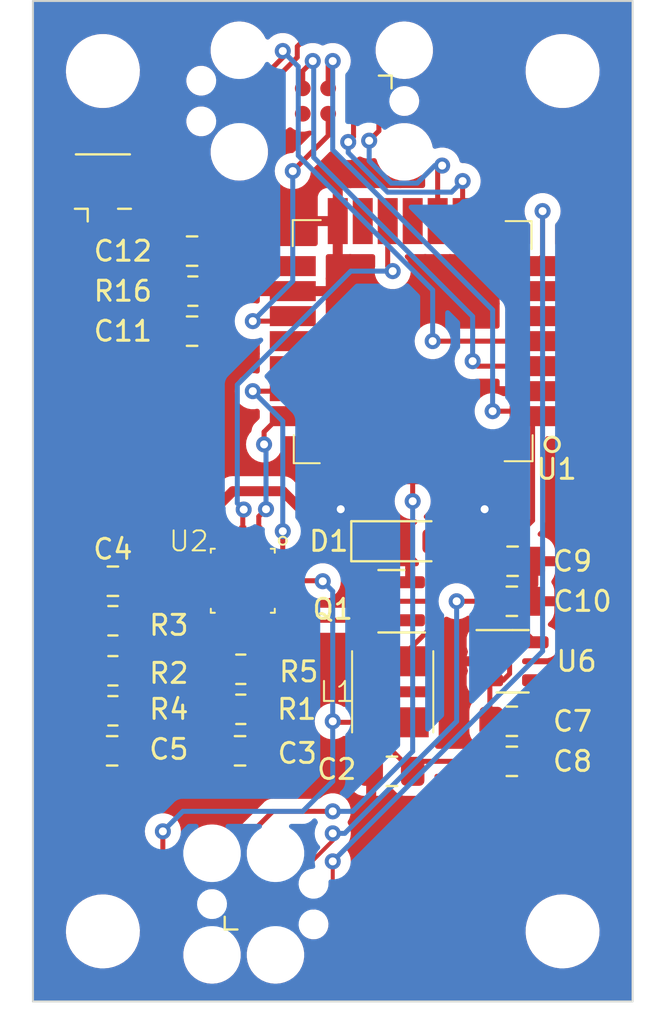
<source format=kicad_pcb>
(kicad_pcb (version 20221018) (generator pcbnew)
  (layers (0 "F.Cu" signal) (31 "B.Cu" signal) (34 "B.Paste" user) (35 "F.Paste" user) (36 "B.SilkS" user "B.Silkscreen") (37 "F.SilkS" user "F.Silkscreen") (38 "B.Mask" user) (39 "F.Mask" user) (44 "Edge.Cuts" user))
  (net 0 "")
  (net 1 "/3v3")
  (net 2 "/V_BAT")
  (net 3 "Net-(C3-Pad1)")
  (net 4 "Net-(D1-K)")
  (net 5 "/SiPM_Bias")
  (net 6 "Net-(J2-In)")
  (net 7 "/ANT")
  (net 8 "Net-(D1-A)")
  (net 9 "/Status_LED")
  (net 11 "/Stim_Enable")
  (net 12 "/Anneal_Enable")
  (net 13 "/SiPM_Temp")
  (net 14 "/SiPM_Signal")
  (net 15 "/GND")
  (net 17 "/SWDIO")
  (net 18 "/SWCLK")
  (net 20 "/USB_RX")
  (net 21 "/USB_TX")
  (net 22 "/RST")
  (net 23 "Net-(Q1-G)")
  (net 24 "/Battery_Monitor_Enable")
  (net 26 "Net-(U2-COMP)")
  (net 27 "Net-(U2-DACOUT)")
  (net 28 "Net-(U2-FB)")
  (net 31 "/SCL")
  (net 32 "/SDA")
  (net 33 "/Battery_Monitor")
  (net 34 "/MOSI")
  (net 35 "/ACCEL_INT")
  (net 36 "/SCK")
  (net 37 "/Memory_CS")
  (net 38 "/MISO")
  (net 39 "/Bias_CS")
  (net 42 "/Boot_Mode")
  (footprint "MountingHole:MountingHole_3.2mm_M3_DIN965" (layer "F.Cu") (at 50.6 107.95)
    (fp_text reference "H3" hide)
    (fp_text value "MountingHole")
    (pad "" np_thru_hole circle (at 0 0) (size 3.2 3.2) (drill 3.2) (layers "*.Cu" "*.Mask"))
  )
  (footprint "Diode_SMD:D_SOD-123" (layer "F.Cu") (at 42.3875 88.45)
    (fp_text reference "D1" (at -3.4875 0) (layer "F.SilkS"))
    (fp_text value "CDBW46-G")
    (fp_line (start -2.36 -1) (end -2.36 1) (stroke (width 0.12)) (layer "F.SilkS"))
    (fp_line (start -2.36 -1) (end 1.65 -1) (stroke (width 0.12)) (layer "F.SilkS"))
    (fp_line (start -2.36 1) (end 1.65 1) (stroke (width 0.12)) (layer "F.SilkS"))
    (pad "1" smd roundrect (at -1.65 0) (size 0.9 1.2) (layers "F.Cu" "F.Paste" "F.Mask") (net 4 "Net-(D1-K)"))
    (pad "2" smd roundrect (at 1.65 0) (size 0.9 1.2) (layers "F.Cu" "F.Paste" "F.Mask") (net 8 "Net-(D1-A)"))
  )
  (footprint "MountingHole:MountingHole_3.2mm_M3_DIN965" (layer "F.Cu") (at 50.6 64.95)
    (fp_text reference "H2" hide)
    (fp_text value "MountingHole")
    (pad "" np_thru_hole circle (at 0 0) (size 3.2 3.2) (drill 3.2) (layers "*.Cu" "*.Mask"))
  )
  (footprint "Library:MAX1932_handsolder" (layer "F.Cu") (at 34.6 90.425 -90)
    (fp_text reference "U2" (at -1.975 2.7 unlocked) (layer "F.SilkS") (effects (font (thickness 0.1))))
    (fp_text value "MAX1932")
    (fp_line (start -1.6 -1.6) (end -1.4 -1.6) (stroke (width 0.1)) (layer "F.SilkS"))
    (fp_line (start -1.6 -1.4) (end -1.6 -1.6) (stroke (width 0.1)) (layer "F.SilkS"))
    (fp_line (start -1.6 1.6) (end -1.6 1.4) (stroke (width 0.1)) (layer "F.SilkS"))
    (fp_line (start -1.4 1.6) (end -1.6 1.6) (stroke (width 0.1)) (layer "F.SilkS"))
    (fp_line (start 1.4 -1.6) (end 1.6 -1.6) (stroke (width 0.1)) (layer "F.SilkS"))
    (fp_line (start 1.6 -1.6) (end 1.6 -1.4) (stroke (width 0.1)) (layer "F.SilkS"))
    (fp_line (start 1.6 1.4) (end 1.6 1.6) (stroke (width 0.1)) (layer "F.SilkS"))
    (fp_line (start 1.6 1.6) (end 1.4 1.6) (stroke (width 0.1)) (layer "F.SilkS"))
    (fp_circle (center -2 -2) (end -2 -1.8) (stroke (width 0.1)) (fill none) (layer "F.SilkS"))
    (pad "1" smd rect (at -2 -0.8 270) (size 1.5 0.35) (layers "F.Cu" "F.Paste" "F.Mask") (net 36 "/SCK"))
    (pad "2" smd rect (at -2 0 270) (size 1.5 0.35) (layers "F.Cu" "F.Paste" "F.Mask") (net 34 "/MOSI"))
    (pad "3" smd rect (at -2 0.8 270) (size 1.5 0.35) (layers "F.Cu" "F.Paste" "F.Mask"))
    (pad "4" smd rect (at -0.8 2 180) (size 1.5 0.35) (layers "F.Cu" "F.Paste" "F.Mask") (net 4 "Net-(D1-K)"))
    (pad "5" smd rect (at 0 2 180) (size 1.5 0.35) (layers "F.Cu" "F.Paste" "F.Mask") (net 5 "/SiPM_Bias"))
    (pad "6" smd rect (at 0.8 2 180) (size 1.5 0.35) (layers "F.Cu" "F.Paste" "F.Mask") (net 27 "Net-(U2-DACOUT)"))
    (pad "7" smd rect (at 2 0.8 90) (size 1.5 0.35) (layers "F.Cu" "F.Paste" "F.Mask") (net 28 "Net-(U2-FB)"))
    (pad "8" smd rect (at 2 0 90) (size 1.5 0.35) (layers "F.Cu" "F.Paste" "F.Mask") (net 26 "Net-(U2-COMP)"))
    (pad "9" smd rect (at 2 -0.8 90) (size 1.5 0.35) (layers "F.Cu" "F.Paste" "F.Mask") (net 15 "/GND"))
    (pad "10" smd rect (at 0.8 -2) (size 1.5 0.35) (layers "F.Cu" "F.Paste" "F.Mask") (net 23 "Net-(Q1-G)"))
    (pad "11" smd rect (at 0 -2) (size 1.5 0.35) (layers "F.Cu" "F.Paste" "F.Mask") (net 2 "/V_BAT"))
    (pad "12" smd rect (at -0.8 -2) (size 1.5 0.35) (layers "F.Cu" "F.Paste" "F.Mask") (net 39 "/Bias_CS"))
    (pad "13" smd rect (at 0 0 270) (size 1.5 1.5) (property pad_prop_heatsink) (layers "F.Cu" "F.Paste" "F.Mask") (net 15 "/GND"))
  )
  (footprint "Capacitor_SMD:C_0805_2012Metric_Pad1.18x1.45mm_HandSolder" (layer "F.Cu") (at 34.4625 98.925 180)
    (fp_text reference "C3" (at -2.8625 -0.125) (layer "F.SilkS"))
    (fp_text value "1u")
    (fp_line (start -0.261252 -0.735) (end 0.261252 -0.735) (stroke (width 0.12)) (layer "F.SilkS"))
    (fp_line (start -0.261252 0.735) (end 0.261252 0.735) (stroke (width 0.12)) (layer "F.SilkS"))
    (pad "1" smd roundrect (at -1.0375 0 180) (size 1.175 1.45) (layers "F.Cu" "F.Paste" "F.Mask") (roundrect_rratio 0.212766) (net 3 "Net-(C3-Pad1)"))
    (pad "2" smd roundrect (at 1.0375 0 180) (size 1.175 1.45) (layers "F.Cu" "F.Paste" "F.Mask") (roundrect_rratio 0.212766) (net 15 "/GND"))
  )
  (footprint "MountingHole:MountingHole_3.2mm_M3_DIN965" (layer "F.Cu") (at 27.6 64.95)
    (fp_text reference "H1" hide)
    (fp_text value "MountingHole")
    (pad "" np_thru_hole circle (at 0 0) (size 3.2 3.2) (drill 3.2) (layers "*.Cu" "*.Mask"))
  )
  (footprint "Connector_Coaxial:U.FL_Hirose_U.FL-R-SMT-1_Vertical" (layer "F.Cu") (at 27.6 70.95 90)
    (fp_text reference "J2" hide)
    (fp_text value "Conn_Coaxial")
    (fp_line (start -0.885 -1.4) (end -0.885 -0.76) (stroke (width 0.12)) (layer "F.SilkS"))
    (fp_line (start -0.885 -0.76) (end -1.515 -0.76) (stroke (width 0.12)) (layer "F.SilkS"))
    (fp_line (start -0.885 1.4) (end -0.885 0.76) (stroke (width 0.12)) (layer "F.SilkS"))
    (fp_line (start 1.835 -1.35) (end 1.835 1.35) (stroke (width 0.12)) (layer "F.SilkS"))
    (pad "1" smd rect (at -1.05 0 90) (size 1.05 1) (layers "F.Cu" "F.Paste" "F.Mask") (net 6 "Net-(J2-In)"))
    (pad "2" smd rect (at 0.475 -1.475 90) (size 2.2 1.05) (layers "F.Cu" "F.Paste" "F.Mask") (net 15 "/GND"))
    (pad "2" smd rect (at 0.475 1.475 90) (size 2.2 1.05) (layers "F.Cu" "F.Paste" "F.Mask") (net 15 "/GND"))
  )
  (footprint "Capacitor_SMD:C_0805_2012Metric_Pad1.18x1.45mm_HandSolder" (layer "F.Cu") (at 48.0625 91.45)
    (fp_text reference "C10" (at 3.5375 0) (layer "F.SilkS"))
    (fp_text value "100n")
    (fp_line (start -0.261252 -0.735) (end 0.261252 -0.735) (stroke (width 0.12)) (layer "F.SilkS"))
    (fp_line (start -0.261252 0.735) (end 0.261252 0.735) (stroke (width 0.12)) (layer "F.SilkS"))
    (pad "1" smd roundrect (at -1.0375 0) (size 1.175 1.45) (layers "F.Cu" "F.Paste" "F.Mask") (roundrect_rratio 0.212766) (net 1 "/3v3"))
    (pad "2" smd roundrect (at 1.0375 0) (size 1.175 1.45) (layers "F.Cu" "F.Paste" "F.Mask") (roundrect_rratio 0.212766) (net 15 "/GND"))
  )
  (footprint "MountingHole:MountingHole_3.2mm_M3_DIN965" (layer "F.Cu") (at 27.6 107.95)
    (fp_text reference "H4" hide)
    (fp_text value "MountingHole")
    (pad "" np_thru_hole circle (at 0 0) (size 3.2 3.2) (drill 3.2) (layers "*.Cu" "*.Mask"))
  )
  (footprint "Capacitor_SMD:C_0805_2012Metric_Pad1.18x1.45mm_HandSolder" (layer "F.Cu") (at 48.1 89.45)
    (fp_text reference "C9" (at 3 0) (layer "F.SilkS"))
    (fp_text value "10u")
    (fp_line (start -0.261252 -0.735) (end 0.261252 -0.735) (stroke (width 0.12)) (layer "F.SilkS"))
    (fp_line (start -0.261252 0.735) (end 0.261252 0.735) (stroke (width 0.12)) (layer "F.SilkS"))
    (pad "1" smd roundrect (at -1.0375 0) (size 1.175 1.45) (layers "F.Cu" "F.Paste" "F.Mask") (roundrect_rratio 0.212766) (net 1 "/3v3"))
    (pad "2" smd roundrect (at 1.0375 0) (size 1.175 1.45) (layers "F.Cu" "F.Paste" "F.Mask") (roundrect_rratio 0.212766) (net 15 "/GND"))
  )
  (footprint "Capacitor_SMD:C_0805_2012Metric_Pad1.18x1.45mm_HandSolder" (layer "F.Cu") (at 42.0625 99.95 180)
    (fp_text reference "C2" (at 2.7625 0.1) (layer "F.SilkS"))
    (fp_text value "4.7u")
    (fp_line (start -0.261252 -0.735) (end 0.261252 -0.735) (stroke (width 0.12)) (layer "F.SilkS"))
    (fp_line (start -0.261252 0.735) (end 0.261252 0.735) (stroke (width 0.12)) (layer "F.SilkS"))
    (pad "1" smd roundrect (at -1.0375 0 180) (size 1.175 1.45) (layers "F.Cu" "F.Paste" "F.Mask") (roundrect_rratio 0.212766) (net 2 "/V_BAT"))
    (pad "2" smd roundrect (at 1.0375 0 180) (size 1.175 1.45) (layers "F.Cu" "F.Paste" "F.Mask") (roundrect_rratio 0.212766) (net 15 "/GND"))
  )
  (footprint "Capacitor_SMD:C_0805_2012Metric_Pad1.18x1.45mm_HandSolder" (layer "F.Cu") (at 48.0625 99.45)
    (fp_text reference "C8" (at 3.0375 0) (layer "F.SilkS"))
    (fp_text value "100n")
    (fp_line (start -0.261252 -0.735) (end 0.261252 -0.735) (stroke (width 0.12)) (layer "F.SilkS"))
    (fp_line (start -0.261252 0.735) (end 0.261252 0.735) (stroke (width 0.12)) (layer "F.SilkS"))
    (pad "1" smd roundrect (at -1.0375 0) (size 1.175 1.45) (layers "F.Cu" "F.Paste" "F.Mask") (roundrect_rratio 0.212766) (net 2 "/V_BAT"))
    (pad "2" smd roundrect (at 1.0375 0) (size 1.175 1.45) (layers "F.Cu" "F.Paste" "F.Mask") (roundrect_rratio 0.212766) (net 15 "/GND"))
  )
  (footprint "Resistor_SMD:R_0805_2012Metric_Pad1.20x1.40mm_HandSolder" (layer "F.Cu") (at 34.5 94.85)
    (fp_text reference "R5" (at 2.9 0.125) (layer "F.SilkS"))
    (fp_text value "10k")
    (fp_line (start -0.227064 -0.735) (end 0.227064 -0.735) (stroke (width 0.12)) (layer "F.SilkS"))
    (fp_line (start -0.227064 0.735) (end 0.227064 0.735) (stroke (width 0.12)) (layer "F.SilkS"))
    (pad "1" smd roundrect (at -1 0) (size 1.2 1.4) (layers "F.Cu" "F.Paste" "F.Mask") (roundrect_rratio 0.208333) (net 28 "Net-(U2-FB)"))
    (pad "2" smd roundrect (at 1 0) (size 1.2 1.4) (layers "F.Cu" "F.Paste" "F.Mask") (roundrect_rratio 0.208333) (net 15 "/GND"))
  )
  (footprint "LoRa-E5:LoRa-E5" (layer "F.Cu") (at 43.1 78.45 180)
    (fp_text reference "U1" (at -7.2 -6.4) (layer "F.SilkS"))
    (fp_text value "LoRa-E5")
    (fp_line (start -6 -6) (end -4.6 -6) (stroke (width 0.1)) (layer "F.SilkS"))
    (fp_line (start -6 -4.7) (end -6 -6) (stroke (width 0.1)) (layer "F.SilkS"))
    (fp_line (start -5.95 6) (end -5.95 4.6) (stroke (width 0.1)) (layer "F.SilkS"))
    (fp_line (start -4.65 6) (end -5.95 6) (stroke (width 0.1)) (layer "F.SilkS"))
    (fp_line (start 4.65 -6.1) (end 5.95 -6.1) (stroke (width 0.1)) (layer "F.SilkS"))
    (fp_line (start 5.95 -6.1) (end 5.95 -4.7) (stroke (width 0.1)) (layer "F.SilkS"))
    (fp_line (start 6 4.75) (end 6 6.05) (stroke (width 0.1)) (layer "F.SilkS"))
    (fp_line (start 6 6.05) (end 4.6 6.05) (stroke (width 0.1)) (layer "F.SilkS"))
    (fp_circle (center -6.98 -5.16) (end -6.66 -4.99) (stroke (width 0.15)) (fill none) (layer "F.SilkS"))
    (pad "1" smd rect (at -6 -3.75 270) (size 1 2.3) (layers "F.Cu" "F.Paste" "F.Mask") (net 1 "/3v3"))
    (pad "2" smd rect (at -6 -2.5 270) (size 1 2.3) (layers "F.Cu" "F.Paste" "F.Mask") (net 15 "/GND"))
    (pad "3" smd rect (at -6 -1.25 270) (size 1 2.3) (layers "F.Cu" "F.Paste" "F.Mask") (net 17 "/SWDIO"))
    (pad "4" smd rect (at -6 0 270) (size 1 2.3) (layers "F.Cu" "F.Paste" "F.Mask") (net 18 "/SWCLK"))
    (pad "5" smd rect (at -6 1.25 270) (size 1 2.3) (layers "F.Cu" "F.Paste" "F.Mask") (net 31 "/SCL"))
    (pad "6" smd rect (at -6 2.5 270) (size 1 2.3) (layers "F.Cu" "F.Paste" "F.Mask") (net 32 "/SDA"))
    (pad "7" smd rect (at -6 3.75 270) (size 1 2.3) (layers "F.Cu" "F.Paste" "F.Mask") (net 14 "/SiPM_Signal"))
    (pad "8" smd rect (at -3.75 6) (size 1 2.3) (layers "F.Cu" "F.Paste" "F.Mask") (net 13 "/SiPM_Temp"))
    (pad "9" smd rect (at -2.5 6) (size 1 2.3) (layers "F.Cu" "F.Paste" "F.Mask") (net 20 "/USB_RX"))
    (pad "10" smd rect (at -1.25 6) (size 1 2.3) (layers "F.Cu" "F.Paste" "F.Mask") (net 21 "/USB_TX"))
    (pad "11" smd rect (at 0 6) (size 1 2.3) (layers "F.Cu" "F.Paste" "F.Mask") (net 9 "/Status_LED"))
    (pad "12" smd rect (at 1.25 6) (size 1 2.3) (layers "F.Cu" "F.Paste" "F.Mask") (net 34 "/MOSI"))
    (pad "13" smd rect (at 2.5 6) (size 1 2.3) (layers "F.Cu" "F.Paste" "F.Mask") (net 35 "/ACCEL_INT"))
    (pad "14" smd rect (at 3.75 6) (size 1 2.3) (layers "F.Cu" "F.Paste" "F.Mask") (net 15 "/GND"))
    (pad "15" smd rect (at 6 3.75 90) (size 1 2.3) (layers "F.Cu" "F.Paste" "F.Mask") (net 7 "/ANT"))
    (pad "16" smd rect (at 6 2.5 90) (size 1 2.3) (layers "F.Cu" "F.Paste" "F.Mask") (net 15 "/GND"))
    (pad "17" smd rect (at 6 1.25 90) (size 1 2.3) (layers "F.Cu" "F.Paste" "F.Mask") (net 22 "/RST"))
    (pad "18" smd rect (at 6 0 90) (size 1 2.3) (layers "F.Cu" "F.Paste" "F.Mask") (net 42 "/Boot_Mode"))
    (pad "19" smd rect (at 6 -1.25 90) (size 1 2.3) (layers "F.Cu" "F.Paste" "F.Mask") (net 37 "/Memory_CS"))
    (pad "20" smd rect (at 6 -2.5 90) (size 1 2.3) (layers "F.Cu" "F.Paste" "F.Mask") (net 39 "/Bias_CS"))
    (pad "21" smd rect (at 6 -3.75 90) (size 1 2.3) (layers "F.Cu" "F.Paste" "F.Mask") (net 36 "/SCK"))
    (pad "22" smd rect (at 3.75 -6 180) (size 1 2.3) (layers "F.Cu" "F.Paste" "F.Mask") (net 15 "/GND"))
    (pad "23" smd rect (at 2.5 -6 180) (size 1 2.3) (layers "F.Cu" "F.Paste" "F.Mask") (net 24 "/Battery_Monitor_Enable"))
    (pad "24" smd rect (at 1.25 -6 180) (size 1 2.3) (layers "F.Cu" "F.Paste" "F.Mask") (net 33 "/Battery_Monitor"))
    (pad "25" smd rect (at 0 -6 180) (size 1 2.3) (layers "F.Cu" "F.Paste" "F.Mask") (net 11 "/Stim_Enable"))
    (pad "26" smd rect (at -1.25 -6 180) (size 1 2.3) (layers "F.Cu" "F.Paste" "F.Mask") (net 38 "/MISO"))
    (pad "27" smd rect (at -2.5 -6 180) (size 1 2.3) (layers "F.Cu" "F.Paste" "F.Mask") (net 12 "/Anneal_Enable"))
    (pad "28" smd rect (at -3.75 -6 180) (size 1 2.3) (layers "F.Cu" "F.Paste" "F.Mask"))
  )
  (footprint "Capacitor_SMD:C_0805_2012Metric_Pad1.18x1.45mm_HandSolder" (layer "F.Cu") (at 32.0625 77.95 180)
    (fp_text reference "C11" (at 3.4625 0) (layer "F.SilkS"))
    (fp_text value "DNP")
    (fp_line (start -0.261252 -0.735) (end 0.261252 -0.735) (stroke (width 0.12)) (layer "F.SilkS"))
    (fp_line (start -0.261252 0.735) (end 0.261252 0.735) (stroke (width 0.12)) (layer "F.SilkS"))
    (pad "1" smd roundrect (at -1.0375 0 180) (size 1.175 1.45) (layers "F.Cu" "F.Paste" "F.Mask") (roundrect_rratio 0.212766) (net 7 "/ANT"))
    (pad "2" smd roundrect (at 1.0375 0 180) (size 1.175 1.45) (layers "F.Cu" "F.Paste" "F.Mask") (roundrect_rratio 0.212766) (net 15 "/GND"))
  )
  (footprint "Capacitor_SMD:C_0805_2012Metric_Pad1.18x1.45mm_HandSolder" (layer "F.Cu") (at 32.0625 73.95)
    (fp_text reference "C12" (at -3.4625 0) (layer "F.SilkS"))
    (fp_text value "DNP")
    (fp_line (start -0.261252 -0.735) (end 0.261252 -0.735) (stroke (width 0.12)) (layer "F.SilkS"))
    (fp_line (start -0.261252 0.735) (end 0.261252 0.735) (stroke (width 0.12)) (layer "F.SilkS"))
    (pad "1" smd roundrect (at -1.0375 0) (size 1.175 1.45) (layers "F.Cu" "F.Paste" "F.Mask") (roundrect_rratio 0.212766) (net 6 "Net-(J2-In)"))
    (pad "2" smd roundrect (at 1.0375 0) (size 1.175 1.45) (layers "F.Cu" "F.Paste" "F.Mask") (roundrect_rratio 0.212766) (net 15 "/GND"))
  )
  (footprint "Capacitor_SMD:C_0805_2012Metric_Pad1.18x1.45mm_HandSolder" (layer "F.Cu") (at 28.1 90.45 180)
    (fp_text reference "C4" (at 0 1.6) (layer "F.SilkS"))
    (fp_text value "0.01u")
    (fp_line (start -0.261252 -0.735) (end 0.261252 -0.735) (stroke (width 0.12)) (layer "F.SilkS"))
    (fp_line (start -0.261252 0.735) (end 0.261252 0.735) (stroke (width 0.12)) (layer "F.SilkS"))
    (pad "1" smd roundrect (at -1.0375 0 180) (size 1.175 1.45) (layers "F.Cu" "F.Paste" "F.Mask") (roundrect_rratio 0.212766) (net 4 "Net-(D1-K)"))
    (pad "2" smd roundrect (at 1.0375 0 180) (size 1.175 1.45) (layers "F.Cu" "F.Paste" "F.Mask") (roundrect_rratio 0.212766) (net 15 "/GND"))
  )
  (footprint "Package_TO_SOT_SMD:SOT-23" (layer "F.Cu") (at 42.0375 91.45 180)
    (fp_text reference "Q1" (at 2.9375 -0.4) (layer "F.SilkS"))
    (fp_text value "BSS119")
    (fp_line (start 0 -1.56) (end -1.675 -1.56) (stroke (width 0.12)) (layer "F.SilkS"))
    (fp_line (start 0 -1.56) (end 0.65 -1.56) (stroke (width 0.12)) (layer "F.SilkS"))
    (fp_line (start 0 1.56) (end -0.65 1.56) (stroke (width 0.12)) (layer "F.SilkS"))
    (fp_line (start 0 1.56) (end 0.65 1.56) (stroke (width 0.12)) (layer "F.SilkS"))
    (pad "1" smd roundrect (at -0.9375 -0.95 180) (size 1.475 0.6) (layers "F.Cu" "F.Paste" "F.Mask") (net 23 "Net-(Q1-G)"))
    (pad "2" smd roundrect (at -0.9375 0.95 180) (size 1.475 0.6) (layers "F.Cu" "F.Paste" "F.Mask") (net 15 "/GND"))
    (pad "3" smd roundrect (at 0.9375 0 180) (size 1.475 0.6) (layers "F.Cu" "F.Paste" "F.Mask") (net 8 "Net-(D1-A)"))
  )
  (footprint "Connector:Tag-Connect_TC2030-IDC-FP_2x03_P1.27mm_Vertical" (layer "F.Cu") (at 35.6 106.585)
    (fp_text reference "J5" hide)
    (fp_text value "Conn_01x06_Pin")
    (fp_line (start -1.905 1.27) (end -1.905 0.635) (stroke (width 0.12)) (layer "F.SilkS"))
    (fp_line (start -1.27 1.27) (end -1.905 1.27) (stroke (width 0.12)) (layer "F.SilkS"))
    (pad "" np_thru_hole circle (at -2.54 -2.54) (size 2.3749 2.3749) (drill 2.3749) (layers "*.Cu" "*.Mask"))
    (pad "" np_thru_hole circle (at -2.54 0) (size 0.9906 0.9906) (drill 0.9906) (layers "*.Cu" "*.Mask"))
    (pad "" np_thru_hole circle (at -2.54 2.54) (size 2.3749 2.3749) (drill 2.3749) (layers "*.Cu" "*.Mask"))
    (pad "" np_thru_hole circle (at 0.635 -2.54) (size 2.3749 2.3749) (drill 2.3749) (layers "*.Cu" "*.Mask"))
    (pad "" np_thru_hole circle (at 0.635 2.54) (size 2.3749 2.3749) (drill 2.3749) (layers "*.Cu" "*.Mask"))
    (pad "" np_thru_hole circle (at 2.54 -1.016) (size 0.9906 0.9906) (drill 0.9906) (layers "*.Cu" "*.Mask"))
    (pad "" np_thru_hole circle (at 2.54 1.016) (size 0.9906 0.9906) (drill 0.9906) (layers "*.Cu" "*.Mask"))
    (pad "1" connect circle (at -1.27 0.635) (size 0.7874 0.7874) (layers "F.Cu" "F.Mask") (net 5 "/SiPM_Bias"))
    (pad "2" connect circle (at -1.27 -0.635) (size 0.7874 0.7874) (layers "F.Cu" "F.Mask") (net 2 "/V_BAT"))
    (pad "3" connect circle (at 0 0.635) (size 0.7874 0.7874) (layers "F.Cu" "F.Mask") (net 15 "/GND"))
    (pad "4" connect circle (at 0 -0.635) (size 0.7874 0.7874) (layers "F.Cu" "F.Mask") (net 11 "/Stim_Enable"))
    (pad "5" connect circle (at 1.27 0.635) (size 0.7874 0.7874) (layers "F.Cu" "F.Mask") (net 14 "/SiPM_Signal"))
    (pad "6" connect circle (at 1.27 -0.635) (size 0.7874 0.7874) (layers "F.Cu" "F.Mask") (net 1 "/3v3"))
    (zone (net 0) (net_name "") (layer "F.Cu") (connect_pads (clearance 0)) (min_thickness 0.254)
      (keepout (tracks allowed) (vias not_allowed) (pads allowed) (copperpour not_allowed) (footprints not_allowed))
      (fill (thermal_gap 0.508) (thermal_bridge_width 0.508))
      (polygon (pts (xy 36.87 105.95) (xy 34.33 105.95) (xy 34.33 107.22) (xy 36.87 107.22)))
    )
  )
  (footprint "Resistor_SMD:R_0805_2012Metric_Pad1.20x1.40mm_HandSolder" (layer "F.Cu") (at 28.1 96.925)
    (fp_text reference "R4" (at 2.8 -0.075) (layer "F.SilkS"))
    (fp_text value "205k")
    (fp_line (start -0.227064 -0.735) (end 0.227064 -0.735) (stroke (width 0.12)) (layer "F.SilkS"))
    (fp_line (start -0.227064 0.735) (end 0.227064 0.735) (stroke (width 0.12)) (layer "F.SilkS"))
    (pad "1" smd roundrect (at -1 0) (size 1.2 1.4) (layers "F.Cu" "F.Paste" "F.Mask") (roundrect_rratio 0.208333) (net 5 "/SiPM_Bias"))
    (pad "2" smd roundrect (at 1 0) (size 1.2 1.4) (layers "F.Cu" "F.Paste" "F.Mask") (roundrect_rratio 0.208333) (net 28 "Net-(U2-FB)"))
  )
  (footprint "Capacitor_SMD:C_0805_2012Metric_Pad1.18x1.45mm_HandSolder" (layer "F.Cu") (at 28.0625 98.925)
    (fp_text reference "C5" (at 2.8375 -0.075) (layer "F.SilkS"))
    (fp_text value "0.01u")
    (fp_line (start -0.261252 -0.735) (end 0.261252 -0.735) (stroke (width 0.12)) (layer "F.SilkS"))
    (fp_line (start -0.261252 0.735) (end 0.261252 0.735) (stroke (width 0.12)) (layer "F.SilkS"))
    (pad "1" smd roundrect (at -1.0375 0) (size 1.175 1.45) (layers "F.Cu" "F.Paste" "F.Mask") (roundrect_rratio 0.212766) (net 5 "/SiPM_Bias"))
    (pad "2" smd roundrect (at 1.0375 0) (size 1.175 1.45) (layers "F.Cu" "F.Paste" "F.Mask") (roundrect_rratio 0.212766) (net 15 "/GND"))
  )
  (footprint "Connector:Tag-Connect_TC2070-IDC-FP_2x07_P1.27mm_Vertical" (layer "F.Cu") (at 37.6 66.45 180)
    (fp_text reference "J1" hide)
    (fp_text value "Conn_01x14_Pin")
    (fp_line (start -4.445 0.635) (end -4.445 1.27) (stroke (width 0.12)) (layer "F.SilkS"))
    (fp_line (start -4.445 1.27) (end -3.81 1.27) (stroke (width 0.12)) (layer "F.SilkS"))
    (pad "" np_thru_hole circle (at -5.08 -2.54 180) (size 2.3749 2.3749) (drill 2.3749) (layers "*.Cu" "*.Mask"))
    (pad "" np_thru_hole circle (at -5.08 0 180) (size 0.9906 0.9906) (drill 0.9906) (layers "*.Cu" "*.Mask"))
    (pad "" np_thru_hole circle (at -5.08 2.54 180) (size 2.3749 2.3749) (drill 2.3749) (layers "*.Cu" "*.Mask"))
    (pad "" np_thru_hole circle (at 3.175 -2.54 180) (size 2.3749 2.3749) (drill 2.3749) (layers "*.Cu" "*.Mask"))
    (pad "" np_thru_hole circle (at 3.175 2.54 180) (size 2.3749 2.3749) (drill 2.3749) (layers "*.Cu" "*.Mask"))
    (pad "" np_thru_hole circle (at 5.08 -1.016 180) (size 0.9906 0.9906) (drill 0.9906) (layers "*.Cu" "*.Mask"))
    (pad "" np_thru_hole circle (at 5.08 1.016 180) (size 0.9906 0.9906) (drill 0.9906) (layers "*.Cu" "*.Mask"))
    (pad "1" connect circle (at -3.81 0.635 180) (size 0.7874 0.7874) (layers "F.Cu" "F.Mask"))
    (pad "2" connect circle (at -2.54 0.635 180) (size 0.7874 0.7874) (layers "F.Cu" "F.Mask"))
    (pad "3" connect circle (at -1.27 0.635 180) (size 0.7874 0.7874) (layers "F.Cu" "F.Mask") (net 1 "/3v3"))
    (pad "4" connect circle (at 0 0.635 180) (size 0.7874 0.7874) (layers "F.Cu" "F.Mask") (net 17 "/SWDIO"))
    (pad "5" connect circle (at 1.27 0.635 180) (size 0.7874 0.7874) (layers "F.Cu" "F.Mask") (net 15 "/GND"))
    (pad "6" connect circle (at 2.54 0.635 180) (size 0.7874 0.7874) (layers "F.Cu" "F.Mask") (net 18 "/SWCLK"))
    (pad "7" connect circle (at 3.81 0.635 180) (size 0.7874 0.7874) (layers "F.Cu" "F.Mask") (net 15 "/GND"))
    (pad "8" connect circle (at 3.81 -0.635 180) (size 0.7874 0.7874) (layers "F.Cu" "F.Mask"))
    (pad "9" connect circle (at 2.54 -0.635 180) (size 0.7874 0.7874) (layers "F.Cu" "F.Mask"))
    (pad "10" connect circle (at 1.27 -0.635 180) (size 0.7874 0.7874) (layers "F.Cu" "F.Mask"))
    (pad "11" connect circle (at 0 -0.635 180) (size 0.7874 0.7874) (layers "F.Cu" "F.Mask") (net 15 "/GND"))
    (pad "12" connect circle (at -1.27 -0.635 180) (size 0.7874 0.7874) (layers "F.Cu" "F.Mask") (net 22 "/RST"))
    (pad "13" connect circle (at -2.54 -0.635 180) (size 0.7874 0.7874) (layers "F.Cu" "F.Mask") (net 20 "/USB_RX"))
    (pad "14" connect circle (at -3.81 -0.635 180) (size 0.7874 0.7874) (layers "F.Cu" "F.Mask") (net 21 "/USB_TX"))
    (zone (net 0) (net_name "") (layer "F.Cu") (connect_pads (clearance 0)) (min_thickness 0.254)
      (keepout (tracks allowed) (vias not_allowed) (pads allowed) (copperpour not_allowed) (footprints not_allowed))
      (fill (thermal_gap 0.508) (thermal_bridge_width 0.508))
      (polygon (pts (xy 33.79 67.085) (xy 41.41 67.085) (xy 41.41 65.815) (xy 33.79 65.815)))
    )
  )
  (footprint "Resistor_SMD:R_0805_2012Metric_Pad1.20x1.40mm_HandSolder" (layer "F.Cu") (at 28.1 94.925 180)
    (fp_text reference "R2" (at -2.8 -0.125) (layer "F.SilkS"))
    (fp_text value "32.4k")
    (fp_line (start -0.227064 -0.735) (end 0.227064 -0.735) (stroke (width 0.12)) (layer "F.SilkS"))
    (fp_line (start -0.227064 0.735) (end 0.227064 0.735) (stroke (width 0.12)) (layer "F.SilkS"))
    (pad "1" smd roundrect (at -1 0 180) (size 1.2 1.4) (layers "F.Cu" "F.Paste" "F.Mask") (roundrect_rratio 0.208333) (net 27 "Net-(U2-DACOUT)"))
    (pad "2" smd roundrect (at 1 0 180) (size 1.2 1.4) (layers "F.Cu" "F.Paste" "F.Mask") (roundrect_rratio 0.208333) (net 28 "Net-(U2-FB)"))
  )
  (footprint "Resistor_SMD:R_0805_2012Metric_Pad1.20x1.40mm_HandSolder" (layer "F.Cu") (at 32.1 75.95)
    (fp_text reference "R16" (at -3.5 0) (layer "F.SilkS"))
    (fp_text value "0R")
    (fp_line (start -0.227064 -0.735) (end 0.227064 -0.735) (stroke (width 0.12)) (layer "F.SilkS"))
    (fp_line (start -0.227064 0.735) (end 0.227064 0.735) (stroke (width 0.12)) (layer "F.SilkS"))
    (pad "1" smd roundrect (at -1 0) (size 1.2 1.4) (layers "F.Cu" "F.Paste" "F.Mask") (roundrect_rratio 0.208333) (net 6 "Net-(J2-In)"))
    (pad "2" smd roundrect (at 1 0) (size 1.2 1.4) (layers "F.Cu" "F.Paste" "F.Mask") (roundrect_rratio 0.208333) (net 7 "/ANT"))
  )
  (footprint "Library:SRN4026" (layer "F.Cu") (at 42.1 95.975 90)
    (fp_text reference "L1" (at 0 -2.794 unlocked) (layer "F.SilkS") (effects (font (thickness 0.1))))
    (fp_text value "150uH")
    (fp_line (start -2.032 -2.032) (end 2.032 -2.032) (stroke (width 0.1)) (layer "F.SilkS"))
    (fp_line (start -2.032 2.032) (end 2.032 2.032) (stroke (width 0.1)) (layer "F.SilkS"))
    (pad "1" smd rect (at -1.525 0 90) (size 1.5 3.6) (layers "F.Cu" "F.Paste" "F.Mask") (net 2 "/V_BAT"))
    (pad "2" smd rect (at 1.525 0 90) (size 1.5 3.6) (layers "F.Cu" "F.Paste" "F.Mask") (net 8 "Net-(D1-A)"))
  )
  (footprint "Resistor_SMD:R_0805_2012Metric_Pad1.20x1.40mm_HandSolder" (layer "F.Cu") (at 28.1 92.425 180)
    (fp_text reference "R3" (at -2.8 -0.225) (layer "F.SilkS"))
    (fp_text value "2.0k")
    (fp_line (start -0.227064 -0.735) (end 0.227064 -0.735) (stroke (width 0.12)) (layer "F.SilkS"))
    (fp_line (start -0.227064 0.735) (end 0.227064 0.735) (stroke (width 0.12)) (layer "F.SilkS"))
    (pad "1" smd roundrect (at -1 0 180) (size 1.2 1.4) (layers "F.Cu" "F.Paste" "F.Mask") (roundrect_rratio 0.208333) (net 4 "Net-(D1-K)"))
    (pad "2" smd roundrect (at 1 0 180) (size 1.2 1.4) (layers "F.Cu" "F.Paste" "F.Mask") (roundrect_rratio 0.208333) (net 5 "/SiPM_Bias"))
  )
  (footprint "Capacitor_SMD:C_0805_2012Metric_Pad1.18x1.45mm_HandSolder" (layer "F.Cu") (at 48.0625 97.45)
    (fp_text reference "C7" (at 3.0375 0) (layer "F.SilkS"))
    (fp_text value "10u")
    (fp_line (start -0.261252 -0.735) (end 0.261252 -0.735) (stroke (width 0.12)) (layer "F.SilkS"))
    (fp_line (start -0.261252 0.735) (end 0.261252 0.735) (stroke (width 0.12)) (layer "F.SilkS"))
    (pad "1" smd roundrect (at -1.0375 0) (size 1.175 1.45) (layers "F.Cu" "F.Paste" "F.Mask") (roundrect_rratio 0.212766) (net 2 "/V_BAT"))
    (pad "2" smd roundrect (at 1.0375 0) (size 1.175 1.45) (layers "F.Cu" "F.Paste" "F.Mask") (roundrect_rratio 0.212766) (net 15 "/GND"))
  )
  (footprint "Package_TO_SOT_SMD:SOT-23-5" (layer "F.Cu") (at 48.1 94.45)
    (fp_text reference "U6" (at 3.2 0) (layer "F.SilkS"))
    (fp_text value "AP2112K-3.3")
    (fp_line (start 0 -1.56) (end -1.8 -1.56) (stroke (width 0.12)) (layer "F.SilkS"))
    (fp_line (start 0 -1.56) (end 0.8 -1.56) (stroke (width 0.12)) (layer "F.SilkS"))
    (fp_line (start 0 1.56) (end -0.8 1.56) (stroke (width 0.12)) (layer "F.SilkS"))
    (fp_line (start 0 1.56) (end 0.8 1.56) (stroke (width 0.12)) (layer "F.SilkS"))
    (pad "1" smd roundrect (at -1.1375 -0.95) (size 1.325 0.6) (layers "F.Cu" "F.Paste" "F.Mask") (net 2 "/V_BAT"))
    (pad "2" smd roundrect (at -1.1375 0) (size 1.325 0.6) (layers "F.Cu" "F.Paste" "F.Mask") (net 15 "/GND"))
    (pad "3" smd roundrect (at -1.1375 0.95) (size 1.325 0.6) (layers "F.Cu" "F.Paste" "F.Mask") (net 2 "/V_BAT"))
    (pad "4" smd roundrect (at 1.1375 0.95) (size 1.325 0.6) (layers "F.Cu" "F.Paste" "F.Mask"))
    (pad "5" smd roundrect (at 1.1375 -0.95) (size 1.325 0.6) (layers "F.Cu" "F.Paste" "F.Mask") (net 1 "/3v3"))
  )
  (footprint "Resistor_SMD:R_0805_2012Metric_Pad1.20x1.40mm_HandSolder" (layer "F.Cu") (at 34.5 96.85)
    (fp_text reference "R1" (at 2.8 0) (layer "F.SilkS"))
    (fp_text value "4.02k")
    (fp_line (start -0.227064 -0.735) (end 0.227064 -0.735) (stroke (width 0.12)) (layer "F.SilkS"))
    (fp_line (start -0.227064 0.735) (end 0.227064 0.735) (stroke (width 0.12)) (layer "F.SilkS"))
    (pad "1" smd roundrect (at -1 0) (size 1.2 1.4) (layers "F.Cu" "F.Paste" "F.Mask") (roundrect_rratio 0.208333) (net 3 "Net-(C3-Pad1)"))
    (pad "2" smd roundrect (at 1 0) (size 1.2 1.4) (layers "F.Cu" "F.Paste" "F.Mask") (roundrect_rratio 0.208333) (net 26 "Net-(U2-COMP)"))
  )
  (gr_line (start 24.1 61.45) (end 54.1 61.45) (stroke (width 0.1)) (layer "Edge.Cuts"))
  (gr_line (start 54.1 111.45) (end 24.1 111.45) (stroke (width 0.1)) (layer "Edge.Cuts"))
  (gr_line (start 24.1 111.45) (end 24.1 61.45) (stroke (width 0.1)) (layer "Edge.Cuts"))
  (gr_line (start 54.1 61.45) (end 54.1 111.45) (stroke (width 0.1)) (layer "Edge.Cuts"))
  (segment (start 36.87 105.643565) (end 39.1 103.413565) (width 0.2) (layer "F.Cu") (net 1))
  (segment (start 39.1 103.413565) (end 39.1 103.05) (width 0.2) (layer "F.Cu") (net 1))
  (segment (start 47.025 89.4875) (end 47.0625 89.45) (width 0.25) (layer "F.Cu") (net 1))
  (segment (start 49.1 87.4125) (end 47.0625 89.45) (width 0.25) (layer "F.Cu") (net 1))
  (segment (start 47.025 91.45) (end 47.025 89.4875) (width 0.25) (layer "F.Cu") (net 1))
  (segment (start 47.1 81.95) (end 48.85 81.95) (width 0.25) (layer "F.Cu") (net 1))
  (segment (start 38.87 64.68) (end 39.1 64.45) (width 0.25) (layer "F.Cu") (net 1))
  (segment (start 47.025 91.45) (end 47.1875 91.45) (width 0.25) (layer "F.Cu") (net 1))
  (segment (start 47.1875 91.45) (end 49.2375 93.5) (width 0.25) (layer "F.Cu") (net 1))
  (segment (start 36.87 105.95) (end 36.87 105.643565) (width 0.2) (layer "F.Cu") (net 1))
  (segment (start 49.1 82.2) (end 49.1 87.4125) (width 0.25) (layer "F.Cu") (net 1))
  (segment (start 38.87 65.815) (end 38.87 64.68) (width 0.25) (layer "F.Cu") (net 1))
  (segment (start 47.025 91.45) (end 45.3 91.45) (width 0.25) (layer "F.Cu") (net 1))
  (segment (start 48.85 81.95) (end 49.1 82.2) (width 0.25) (layer "F.Cu") (net 1))
  (via (at 39.1 64.45) (size 0.8) (drill 0.4) (layers "F.Cu" "B.Cu") (net 1))
  (via (at 47.1 81.95) (size 0.8) (drill 0.4) (layers "F.Cu" "B.Cu") (net 1))
  (via (at 45.3 91.45) (size 0.8) (drill 0.4) (layers "F.Cu" "B.Cu") (net 1))
  (via (at 39.1 103.05) (size 0.8) (drill 0.4) (layers "F.Cu" "B.Cu") (net 1))
  (segment (start 45.3 91.45) (end 45.3 97.45) (width 0.25) (layer "B.Cu") (net 1))
  (segment (start 45.3 97.45) (end 39.7 103.05) (width 0.25) (layer "B.Cu") (net 1))
  (segment (start 39.1 64.45) (end 39.1 68.89243) (width 0.25) (layer "B.Cu") (net 1))
  (segment (start 47.1 76.89243) (end 47.1 81.95) (width 0.25) (layer "B.Cu") (net 1))
  (segment (start 39.1 68.89243) (end 47.1 76.89243) (width 0.25) (layer "B.Cu") (net 1))
  (segment (start 39.7 103.05) (end 39.1 103.05) (width 0.25) (layer "B.Cu") (net 1))
  (segment (start 47.025 99.45) (end 43.6 99.45) (width 0.25) (layer "F.Cu") (net 2))
  (segment (start 30.6 103.95) (end 30.6 102.95) (width 0.25) (layer "F.Cu") (net 2))
  (segment (start 47.95 95.074999) (end 47.624999 95.4) (width 0.25) (layer "F.Cu") (net 2))
  (segment (start 32.3647 105.7147) (end 30.6 103.95) (width 0.25) (layer "F.Cu") (net 2))
  (segment (start 46.9625 93.5) (end 47.624999 93.5) (width 0.25) (layer "F.Cu") (net 2))
  (segment (start 36.6 90.425) (end 38.575 90.425) (width 0.25) (layer "F.Cu") (net 2))
  (segment (start 47.025 99.45) (end 47.025 97.45) (width 0.25) (layer "F.Cu") (net 2))
  (segment (start 43.6 99.45) (end 43.1 99.95) (width 0.25) (layer "F.Cu") (net 2))
  (segment (start 42.1 97.5) (end 42.1 98.95) (width 0.25) (layer "F.Cu") (net 2))
  (segment (start 39.1 97.45) (end 39.15 97.5) (width 0.25) (layer "F.Cu") (net 2))
  (segment (start 39.15 97.5) (end 42.1 97.5) (width 0.25) (layer "F.Cu") (net 2))
  (segment (start 42.1 98.95) (end 43.1 99.95) (width 0.25) (layer "F.Cu") (net 2))
  (segment (start 47.624999 93.5) (end 47.95 93.825001) (width 0.25) (layer "F.Cu") (net 2))
  (segment (start 46.9625 95.4) (end 46.9625 97.3875) (width 0.25) (layer "F.Cu") (net 2))
  (segment (start 47.624999 95.4) (end 46.9625 95.4) (width 0.25) (layer "F.Cu") (net 2))
  (segment (start 46.9625 97.3875) (end 47.025 97.45) (width 0.25) (layer "F.Cu") (net 2))
  (segment (start 38.575 90.425) (end 38.6 90.45) (width 0.25) (layer "F.Cu") (net 2))
  (segment (start 47.95 93.825001) (end 47.95 95.074999) (width 0.25) (layer "F.Cu") (net 2))
  (segment (start 34.33 105.95) (end 34.0947 105.7147) (width 0.25) (layer "F.Cu") (net 2))
  (segment (start 34.0947 105.7147) (end 32.3647 105.7147) (width 0.25) (layer "F.Cu") (net 2))
  (via (at 30.6 102.95) (size 0.8) (drill 0.4) (layers "F.Cu" "B.Cu") (net 2))
  (via (at 39.1 97.45) (size 0.8) (drill 0.4) (layers "F.Cu" "B.Cu") (net 2))
  (via (at 38.6 90.45) (size 0.8) (drill 0.4) (layers "F.Cu" "B.Cu") (net 2))
  (segment (start 37.6 101.95) (end 31.6 101.95) (width 0.25) (layer "B.Cu") (net 2))
  (segment (start 31.6 101.95) (end 30.6 102.95) (width 0.25) (layer "B.Cu") (net 2))
  (segment (start 38.6 90.45) (end 39.1 90.95) (width 0.25) (layer "B.Cu") (net 2))
  (segment (start 39.1 100.45) (end 37.6 101.95) (width 0.25) (layer "B.Cu") (net 2))
  (segment (start 39.1 90.95) (end 39.1 97.45) (width 0.25) (layer "B.Cu") (net 2))
  (segment (start 39.1 97.45) (end 39.1 100.45) (width 0.25) (layer "B.Cu") (net 2))
  (segment (start 33.6 96.95) (end 35.575 98.925) (width 0.25) (layer "F.Cu") (net 3))
  (segment (start 35.575 98.925) (end 35.675 98.925) (width 0.25) (layer "F.Cu") (net 3))
  (segment (start 33.6 96.925) (end 33.6 96.95) (width 0.25) (layer "F.Cu") (net 3))
  (segment (start 32.6 87.45) (end 32.6 89.625) (width 0.5) (layer "F.Cu") (net 4))
  (segment (start 39.1 88.45) (end 36.6 85.95) (width 0.5) (layer "F.Cu") (net 4))
  (segment (start 29.1 90.425) (end 29.9 89.625) (width 0.25) (layer "F.Cu") (net 4))
  (segment (start 29.9 89.625) (end 32.6 89.625) (width 0.25) (layer "F.Cu") (net 4))
  (segment (start 40.7375 88.45) (end 39.1 88.45) (width 0.5) (layer "F.Cu") (net 4))
  (segment (start 34.1 85.95) (end 32.6 87.45) (width 0.5) (layer "F.Cu") (net 4))
  (segment (start 29.1 92.425) (end 29.1 90.425) (width 0.25) (layer "F.Cu") (net 4))
  (segment (start 36.6 85.95) (end 34.1 85.95) (width 0.5) (layer "F.Cu") (net 4))
  (segment (start 28.125 93.45) (end 29.6951 93.45) (width 0.25) (layer "F.Cu") (net 5))
  (segment (start 34.33 107.22) (end 34.0947 107.4553) (width 0.25) (layer "F.Cu") (net 5))
  (segment (start 30.625 90.425) (end 32.6 90.425) (width 0.25) (layer "F.Cu") (net 5))
  (segment (start 27.1 92.425) (end 28.125 93.45) (width 0.25) (layer "F.Cu") (net 5))
  (segment (start 27.025 98.925) (end 27.025 97) (width 0.25) (layer "F.Cu") (net 5))
  (segment (start 32.509284 107.4553) (end 27.025 101.971016) (width 0.25) (layer "F.Cu") (net 5))
  (segment (start 26.175 93.35) (end 27.1 92.425) (width 0.25) (layer "F.Cu") (net 5))
  (segment (start 29.6951 93.45) (end 30.1 93.0451) (width 0.25) (layer "F.Cu") (net 5))
  (segment (start 34.0947 107.4553) (end 32.509284 107.4553) (width 0.25) (layer "F.Cu") (net 5))
  (segment (start 27.025 101.971016) (end 27.025 98.925) (width 0.25) (layer "F.Cu") (net 5))
  (segment (start 30.1 93.0451) (end 30.1 90.95) (width 0.25) (layer "F.Cu") (net 5))
  (segment (start 26.175 96) (end 27.1 96.925) (width 0.25) (layer "F.Cu") (net 5))
  (segment (start 30.1 90.95) (end 30.625 90.425) (width 0.25) (layer "F.Cu") (net 5))
  (segment (start 26.175 96) (end 26.175 93.35) (width 0.25) (layer "F.Cu") (net 5))
  (segment (start 31.1 75.95) (end 31.1 74.025) (width 0.25) (layer "F.Cu") (net 6))
  (segment (start 31.025 73.95) (end 29.55 73.95) (width 0.25) (layer "F.Cu") (net 6))
  (segment (start 31.1 74.025) (end 31.025 73.95) (width 0.25) (layer "F.Cu") (net 6))
  (segment (start 29.55 73.95) (end 27.6 72) (width 0.25) (layer "F.Cu") (net 6))
  (segment (start 33.1 77.95) (end 33.1 75.95) (width 0.25) (layer "F.Cu") (net 7))
  (segment (start 34.35 74.7) (end 33.1 75.95) (width 0.25) (layer "F.Cu") (net 7))
  (segment (start 37.1 74.7) (end 34.35 74.7) (width 0.25) (layer "F.Cu") (net 7))
  (segment (start 42.338408 94.45) (end 42.1 94.45) (width 0.25) (layer "F.Cu") (net 8))
  (segment (start 44.0375 88.45) (end 44.0375 91.45) (width 0.25) (layer "F.Cu") (net 8))
  (segment (start 44.0375 91.45) (end 44.0375 92.750908) (width 0.25) (layer "F.Cu") (net 8))
  (segment (start 43.15 94.45) (end 42.1 94.45) (width 0.25) (layer "F.Cu") (net 8))
  (segment (start 44.0375 92.750908) (end 42.338408 94.45) (width 0.25) (layer "F.Cu") (net 8))
  (segment (start 41.1 91.45) (end 44.0375 91.45) (width 0.25) (layer "F.Cu") (net 8))
  (segment (start 43.1 84.45) (end 43.1 86.45) (width 0.25) (layer "F.Cu") (net 11))
  (segment (start 35.6 105.95) (end 34.67255 105.02255) (width 0.25) (layer "F.Cu") (net 11))
  (segment (start 34.67255 105.02255) (end 34.67255 103.37745) (width 0.25) (layer "F.Cu") (net 11))
  (segment (start 36.1 101.95) (end 39.1 101.95) (width 0.25) (layer "F.Cu") (net 11))
  (segment (start 34.67255 103.37745) (end 36.1 101.95) (width 0.25) (layer "F.Cu") (net 11))
  (via (at 39.1 101.95) (size 0.8) (drill 0.4) (layers "F.Cu" "B.Cu") (net 11))
  (via (at 43.1 86.45) (size 0.8) (drill 0.4) (layers "F.Cu" "B.Cu") (net 11))
  (segment (start 40.1 101.95) (end 39.1 101.95) (width 0.25) (layer "B.Cu") (net 11))
  (segment (start 43.1 98.95) (end 40.1 101.95) (width 0.25) (layer "B.Cu") (net 11))
  (segment (start 43.1 86.45) (end 43.1 98.95) (width 0.25) (layer "B.Cu") (net 11))
  (segment (start 36.87 107.22) (end 37.3343 106.7557) (width 0.2) (layer "F.Cu") (net 14))
  (segment (start 49.6 74.2) (end 49.6 71.95) (width 0.25) (layer "F.Cu") (net 14))
  (segment (start 49.1 74.7) (end 49.6 74.2) (width 0.25) (layer "F.Cu") (net 14))
  (segment (start 39.1 105.804435) (end 39.1 104.45) (width 0.2) (layer "F.Cu") (net 14))
  (segment (start 38.148735 106.7557) (end 39.1 105.804435) (width 0.2) (layer "F.Cu") (net 14))
  (segment (start 37.3343 106.7557) (end 38.148735 106.7557) (width 0.2) (layer "F.Cu") (net 14))
  (via (at 39.1 104.45) (size 0.8) (drill 0.4) (layers "F.Cu" "B.Cu") (net 14))
  (via (at 49.6 71.95) (size 0.8) (drill 0.4) (layers "F.Cu" "B.Cu") (net 14))
  (segment (start 49.6 93.95) (end 39.1 104.45) (width 0.25) (layer "B.Cu") (net 14))
  (segment (start 49.6 71.95) (end 49.6 93.95) (width 0.25) (layer "B.Cu") (net 14))
  (segment (start 36.33 65.815) (end 36.33 65.258225) (width 0.25) (layer "F.Cu") (net 15))
  (segment (start 37.325 63.725) (end 38.1 62.95) (width 0.25) (layer "F.Cu") (net 15))
  (segment (start 31.6 65.74479) (end 31.6 63.45) (width 0.25) (layer "F.Cu") (net 15))
  (segment (start 32.15951 66.3043) (end 31.6 65.74479) (width 0.25) (layer "F.Cu") (net 15))
  (segment (start 34.67255 110.87745) (end 34.6 110.95) (width 0.25) (layer "F.Cu") (net 15))
  (segment (start 37.325 64.263225) (end 37.325 63.725) (width 0.25) (layer "F.Cu") (net 15))
  (segment (start 36.33 65.258225) (end 37.325 64.263225) (width 0.25) (layer "F.Cu") (net 15))
  (segment (start 33.79 65.815) (end 33.465 65.815) (width 0.25) (layer "F.Cu") (net 15))
  (segment (start 34.67255 108.14745) (end 34.67255 110.87745) (width 0.25) (layer "F.Cu") (net 15))
  (segment (start 32.9757 66.3043) (end 32.15951 66.3043) (width 0.25) (layer "F.Cu") (net 15))
  (segment (start 35.4 92.425) (end 35.4 91.225) (width 0.25) (layer "F.Cu") (net 15))
  (segment (start 33.465 65.815) (end 32.9757 66.3043) (width 0.25) (layer "F.Cu") (net 15))
  (segment (start 35.4 91.225) (end 34.6 90.425) (width 0.25) (layer "F.Cu") (net 15))
  (segment (start 35.6 107.22) (end 34.67255 108.14745) (width 0.25) (layer "F.Cu") (net 15))
  (via (at 46.7 86.85) (size 0.8) (drill 0.4) (layers "F.Cu" "B.Cu") (net 15))
  (via (at 39.5 86.85) (size 0.8) (drill 0.4) (layers "F.Cu" "B.Cu") (net 15))
  (segment (start 49.1 79.7) (end 46.35 79.7) (width 0.25) (layer "F.Cu") (net 17))
  (segment (start 37.6 64.95) (end 38.1 64.45) (width 0.25) (layer "F.Cu") (net 17))
  (segment (start 46.35 79.7) (end 46.1 79.45) (width 0.25) (layer "F.Cu") (net 17))
  (segment (start 37.6 65.815) (end 37.6 64.95) (width 0.25) (layer "F.Cu") (net 17))
  (via (at 46.1 79.45) (size 0.8) (drill 0.4) (layers "F.Cu" "B.Cu") (net 17))
  (via (at 38.1 64.45) (size 0.8) (drill 0.4) (layers "F.Cu" "B.Cu") (net 17))
  (segment (start 38.148008 69.265596) (end 46.1 77.217588) (width 0.25) (layer "B.Cu") (net 17))
  (segment (start 46.1 77.217588) (end 46.1 79.45) (width 0.25) (layer "B.Cu") (net 17))
  (segment (start 38.1 64.45) (end 38.148008 64.498008) (width 0.25) (layer "B.Cu") (net 17))
  (segment (start 38.148008 64.498008) (end 38.148008 69.265596) (width 0.25) (layer "B.Cu") (net 17))
  (segment (start 49.1 78.45) (end 44.1 78.45) (width 0.25) (layer "F.Cu") (net 18))
  (segment (start 36.6 64.275) (end 36.6 63.95) (width 0.25) (layer "F.Cu") (net 18))
  (segment (start 35.06 65.815) (end 36.6 64.275) (width 0.25) (layer "F.Cu") (net 18))
  (via (at 36.6 63.95) (size 0.8) (drill 0.4) (layers "F.Cu" "B.Cu") (net 18))
  (via (at 44.1 78.45) (size 0.8) (drill 0.4) (layers "F.Cu" "B.Cu") (net 18))
  (segment (start 37.375 64.725) (end 37.375 69.175) (width 0.25) (layer "B.Cu") (net 18))
  (segment (start 44.1 75.9) (end 44.1 78.45) (width 0.25) (layer "B.Cu") (net 18))
  (segment (start 37.375 69.175) (end 44.1 75.9) (width 0.25) (layer "B.Cu") (net 18))
  (segment (start 36.6 63.95) (end 37.375 64.725) (width 0.25) (layer "B.Cu") (net 18))
  (segment (start 40.14 67.085) (end 40.14 68.233008) (width 0.25) (layer "F.Cu") (net 20))
  (segment (start 45.6 70.45) (end 45.6 72.45) (width 0.25) (layer "F.Cu") (net 20))
  (segment (start 40.14 68.233008) (end 39.875 68.498008) (width 0.25) (layer "F.Cu") (net 20))
  (via (at 39.875 68.498008) (size 0.8) (drill 0.4) (layers "F.Cu" "B.Cu") (net 20))
  (via (at 45.6 70.45) (size 0.8) (drill 0.4) (layers "F.Cu" "B.Cu") (net 20))
  (segment (start 45.6 70.45) (end 45.04755 71.00245) (width 0.25) (layer "B.Cu") (net 20))
  (segment (start 45.04755 71.00245) (end 41.846416 71.00245) (width 0.25) (layer "B.Cu") (net 20))
  (segment (start 39.875 69.031034) (end 39.875 68.498008) (width 0.25) (layer "B.Cu") (net 20))
  (segment (start 41.846416 71.00245) (end 39.875 69.031034) (width 0.25) (layer "B.Cu") (net 20))
  (segment (start 44.35 72.45) (end 44.35 69.900072) (width 0.25) (layer "F.Cu") (net 21))
  (segment (start 41.41 67.943404) (end 40.922834 68.43057) (width 0.25) (layer "F.Cu") (net 21))
  (segment (start 44.35 69.900072) (end 44.575072 69.675) (width 0.25) (layer "F.Cu") (net 21))
  (segment (start 41.41 67.085) (end 41.41 67.943404) (width 0.25) (layer "F.Cu") (net 21))
  (via (at 44.575072 69.675) (size 0.8) (drill 0.4) (layers "F.Cu" "B.Cu") (net 21))
  (via (at 40.922834 68.43057) (size 0.8) (drill 0.4) (layers "F.Cu" "B.Cu") (net 21))
  (segment (start 40.922834 69.442472) (end 40.922834 68.43057) (width 0.25) (layer "B.Cu") (net 21))
  (segment (start 43.327188 70.55245) (end 42.032812 70.55245) (width 0.25) (layer "B.Cu") (net 21))
  (segment (start 42.032812 70.55245) (end 40.922834 69.442472) (width 0.25) (layer "B.Cu") (net 21))
  (segment (start 44.204638 69.675) (end 43.327188 70.55245) (width 0.25) (layer "B.Cu") (net 21))
  (segment (start 44.575072 69.675) (end 44.204638 69.675) (width 0.25) (layer "B.Cu") (net 21))
  (segment (start 35.1 77.45) (end 36.85 77.45) (width 0.25) (layer "F.Cu") (net 22))
  (segment (start 38.87 67.085) (end 38.87 68.18) (width 0.25) (layer "F.Cu") (net 22))
  (segment (start 38.87 68.18) (end 37.1 69.95) (width 0.25) (layer "F.Cu") (net 22))
  (segment (start 36.85 77.45) (end 37.1 77.2) (width 0.25) (layer "F.Cu") (net 22))
  (via (at 37.1 69.95) (size 0.8) (drill 0.4) (layers "F.Cu" "B.Cu") (net 22))
  (via (at 35.1 77.45) (size 0.8) (drill 0.4) (layers "F.Cu" "B.Cu") (net 22))
  (segment (start 37.1 75.45) (end 35.1 77.45) (width 0.25) (layer "B.Cu") (net 22))
  (segment (start 37.1 69.95) (end 37.1 75.45) (width 0.25) (layer "B.Cu") (net 22))
  (segment (start 42.975 92.4) (end 37.775 92.4) (width 0.25) (layer "F.Cu") (net 23))
  (segment (start 37.775 92.4) (end 36.6 91.225) (width 0.25) (layer "F.Cu") (net 23))
  (segment (start 34.6 95.925) (end 35.6 96.925) (width 0.25) (layer "F.Cu") (net 26))
  (segment (start 34.6 92.425) (end 34.6 95.925) (width 0.25) (layer "F.Cu") (net 26))
  (segment (start 30.6 93.425) (end 30.6 91.95) (width 0.25) (layer "F.Cu") (net 27))
  (segment (start 29.1 94.925) (end 30.6 93.425) (width 0.25) (layer "F.Cu") (net 27))
  (segment (start 31.325 91.225) (end 32.6 91.225) (width 0.25) (layer "F.Cu") (net 27))
  (segment (start 30.6 91.95) (end 31.325 91.225) (width 0.25) (layer "F.Cu") (net 27))
  (segment (start 33.8 92.425) (end 33.8 94.725) (width 0.25) (layer "F.Cu") (net 28))
  (segment (start 33.8 94.725) (end 33.6 94.925) (width 0.25) (layer "F.Cu") (net 28))
  (segment (start 30.1 94.95) (end 31.1 93.95) (width 0.25) (layer "F.Cu") (net 28))
  (segment (start 30.1 95.925) (end 30.1 94.95) (width 0.25) (layer "F.Cu") (net 28))
  (segment (start 27.1 94.925) (end 29.1 96.925) (width 0.25) (layer "F.Cu") (net 28))
  (segment (start 31.1 93.95) (end 31.1 92.95) (width 0.25) (layer "F.Cu") (net 28))
  (segment (start 31.1 92.95) (end 31.625 92.425) (width 0.25) (layer "F.Cu") (net 28))
  (segment (start 29.1 96.925) (end 30.1 95.925) (width 0.25) (layer "F.Cu") (net 28))
  (segment (start 31.625 92.425) (end 33.8 92.425) (width 0.25) (layer "F.Cu") (net 28))
  (segment (start 34.6 88.425) (end 34.6 86.90962) (width 0.25) (layer "F.Cu") (net 34))
  (segment (start 42.1 74.95) (end 41.85 74.7) (width 0.25) (layer "F.Cu") (net 34))
  (segment (start 41.85 74.7) (end 41.85 72.45) (width 0.25) (layer "F.Cu") (net 34))
  (segment (start 34.6 86.90962) (end 34.643971 86.865649) (width 0.25) (layer "F.Cu") (net 34))
  (via (at 34.643971 86.865649) (size 0.8) (drill 0.4) (layers "F.Cu" "B.Cu") (net 34))
  (via (at 42.1 74.95) (size 0.8) (drill 0.4) (layers "F.Cu" "B.Cu") (net 34))
  (segment (start 34.325 86.546678) (end 34.325 80.628984) (width 0.25) (layer "B.Cu") (net 34))
  (segment (start 40.003984 74.95) (end 42.1 74.95) (width 0.25) (layer "B.Cu") (net 34))
  (segment (start 34.643971 86.865649) (end 34.325 86.546678) (width 0.25) (layer "B.Cu") (net 34))
  (segment (start 34.325 80.628984) (end 40.003984 74.95) (width 0.25) (layer "B.Cu") (net 34))
  (segment (start 37.1 82.2) (end 36.45 82.2) (width 0.25) (layer "F.Cu") (net 36))
  (segment (start 35.4 88.425) (end 35.4 87.211231) (width 0.25) (layer "F.Cu") (net 36))
  (segment (start 35.4 87.211231) (end 35.761231 86.85) (width 0.25) (layer "F.Cu") (net 36))
  (segment (start 35.664491 82.985509) (end 35.664491 83.610507) (width 0.25) (layer "F.Cu") (net 36))
  (segment (start 36.45 82.2) (end 35.664491 82.985509) (width 0.25) (layer "F.Cu") (net 36))
  (via (at 35.761231 86.85) (size 0.8) (drill 0.4) (layers "F.Cu" "B.Cu") (net 36))
  (via (at 35.664491 83.610507) (size 0.8) (drill 0.4) (layers "F.Cu" "B.Cu") (net 36))
  (segment (start 35.664491 83.610507) (end 35.761231 83.707247) (width 0.25) (layer "B.Cu") (net 36))
  (segment (start 35.761231 83.707247) (end 35.761231 86.85) (width 0.25) (layer "B.Cu") (net 36))
  (segment (start 36.6 89.625) (end 36.6 87.95) (width 0.25) (layer "F.Cu") (net 39))
  (segment (start 35.1 80.95) (end 37.1 80.95) (width 0.25) (layer "F.Cu") (net 39))
  (via (at 35.1 80.95) (size 0.8) (drill 0.4) (layers "F.Cu" "B.Cu") (net 39))
  (via (at 36.6 87.95) (size 0.8) (drill 0.4) (layers "F.Cu" "B.Cu") (net 39))
  (segment (start 36.6 82.45) (end 35.1 80.95) (width 0.25) (layer "B.Cu") (net 39))
  (segment (start 36.6 87.95) (end 36.6 82.45) (width 0.25) (layer "B.Cu") (net 39))
  (zone (net 15) (net_name "/GND") (layers "F&B.Cu") (connect_pads (clearance 0.5)) (min_thickness 0.25) (fill yes (thermal_gap 0.5) (thermal_bridge_width 0.5))
    (polygon (pts (xy 24.1 61.45) (xy 54.1 61.45) (xy 54.1 111.45) (xy 24.1 111.45)))
  )
  (zone (net 15) (net_name "/GND") (layer "B.Cu") (priority 1) (connect_pads (clearance 0.5)) (min_thickness 0.25) (fill yes (thermal_gap 0.5) (thermal_bridge_width 0.5))
    (polygon (pts (xy 24.1 61.45) (xy 54.1 61.45) (xy 54.1 111.45) (xy 24.1 111.45)))
  )
)
</source>
